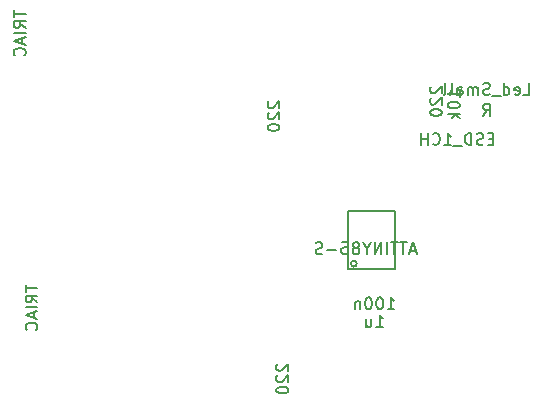
<source format=gbr>
G04 #@! TF.FileFunction,Other,Fab,Bot*
%FSLAX46Y46*%
G04 Gerber Fmt 4.6, Leading zero omitted, Abs format (unit mm)*
G04 Created by KiCad (PCBNEW 4.0.4+dfsg1-stable) date Mon Feb 27 19:18:29 2017*
%MOMM*%
%LPD*%
G01*
G04 APERTURE LIST*
%ADD10C,0.100000*%
%ADD11C,0.150000*%
G04 APERTURE END LIST*
D10*
D11*
X61500000Y16000000D02*
G75*
G03X61500000Y16000000I-250000J0D01*
G01*
X60800000Y15550000D02*
X60800000Y20450000D01*
X64700000Y15550000D02*
X60800000Y15550000D01*
X64700000Y20450000D02*
X64700000Y15550000D01*
X60800000Y20450000D02*
X64700000Y20450000D01*
X66488095Y17083333D02*
X66011904Y17083333D01*
X66583333Y16797619D02*
X66250000Y17797619D01*
X65916666Y16797619D01*
X65726190Y17797619D02*
X65154761Y17797619D01*
X65440476Y16797619D02*
X65440476Y17797619D01*
X64964285Y17797619D02*
X64392856Y17797619D01*
X64678571Y16797619D02*
X64678571Y17797619D01*
X64059523Y16797619D02*
X64059523Y17797619D01*
X63583333Y16797619D02*
X63583333Y17797619D01*
X63011904Y16797619D01*
X63011904Y17797619D01*
X62345238Y17273810D02*
X62345238Y16797619D01*
X62678571Y17797619D02*
X62345238Y17273810D01*
X62011904Y17797619D01*
X61535714Y17369048D02*
X61630952Y17416667D01*
X61678571Y17464286D01*
X61726190Y17559524D01*
X61726190Y17607143D01*
X61678571Y17702381D01*
X61630952Y17750000D01*
X61535714Y17797619D01*
X61345237Y17797619D01*
X61249999Y17750000D01*
X61202380Y17702381D01*
X61154761Y17607143D01*
X61154761Y17559524D01*
X61202380Y17464286D01*
X61249999Y17416667D01*
X61345237Y17369048D01*
X61535714Y17369048D01*
X61630952Y17321429D01*
X61678571Y17273810D01*
X61726190Y17178571D01*
X61726190Y16988095D01*
X61678571Y16892857D01*
X61630952Y16845238D01*
X61535714Y16797619D01*
X61345237Y16797619D01*
X61249999Y16845238D01*
X61202380Y16892857D01*
X61154761Y16988095D01*
X61154761Y17178571D01*
X61202380Y17273810D01*
X61249999Y17321429D01*
X61345237Y17369048D01*
X60249999Y17797619D02*
X60726190Y17797619D01*
X60773809Y17321429D01*
X60726190Y17369048D01*
X60630952Y17416667D01*
X60392856Y17416667D01*
X60297618Y17369048D01*
X60249999Y17321429D01*
X60202380Y17226190D01*
X60202380Y16988095D01*
X60249999Y16892857D01*
X60297618Y16845238D01*
X60392856Y16797619D01*
X60630952Y16797619D01*
X60726190Y16845238D01*
X60773809Y16892857D01*
X59773809Y17178571D02*
X59011904Y17178571D01*
X58583333Y16845238D02*
X58440476Y16797619D01*
X58202380Y16797619D01*
X58107142Y16845238D01*
X58059523Y16892857D01*
X58011904Y16988095D01*
X58011904Y17083333D01*
X58059523Y17178571D01*
X58107142Y17226190D01*
X58202380Y17273810D01*
X58392857Y17321429D01*
X58488095Y17369048D01*
X58535714Y17416667D01*
X58583333Y17511905D01*
X58583333Y17607143D01*
X58535714Y17702381D01*
X58488095Y17750000D01*
X58392857Y17797619D01*
X58154761Y17797619D01*
X58011904Y17750000D01*
X63166666Y10647619D02*
X63738095Y10647619D01*
X63452381Y10647619D02*
X63452381Y11647619D01*
X63547619Y11504762D01*
X63642857Y11409524D01*
X63738095Y11361905D01*
X62309523Y11314286D02*
X62309523Y10647619D01*
X62738095Y11314286D02*
X62738095Y10790476D01*
X62690476Y10695238D01*
X62595238Y10647619D01*
X62452380Y10647619D01*
X62357142Y10695238D01*
X62309523Y10742857D01*
X64119047Y12147619D02*
X64690476Y12147619D01*
X64404762Y12147619D02*
X64404762Y13147619D01*
X64500000Y13004762D01*
X64595238Y12909524D01*
X64690476Y12861905D01*
X63500000Y13147619D02*
X63404761Y13147619D01*
X63309523Y13100000D01*
X63261904Y13052381D01*
X63214285Y12957143D01*
X63166666Y12766667D01*
X63166666Y12528571D01*
X63214285Y12338095D01*
X63261904Y12242857D01*
X63309523Y12195238D01*
X63404761Y12147619D01*
X63500000Y12147619D01*
X63595238Y12195238D01*
X63642857Y12242857D01*
X63690476Y12338095D01*
X63738095Y12528571D01*
X63738095Y12766667D01*
X63690476Y12957143D01*
X63642857Y13052381D01*
X63595238Y13100000D01*
X63500000Y13147619D01*
X62547619Y13147619D02*
X62452380Y13147619D01*
X62357142Y13100000D01*
X62309523Y13052381D01*
X62261904Y12957143D01*
X62214285Y12766667D01*
X62214285Y12528571D01*
X62261904Y12338095D01*
X62309523Y12242857D01*
X62357142Y12195238D01*
X62452380Y12147619D01*
X62547619Y12147619D01*
X62642857Y12195238D01*
X62690476Y12242857D01*
X62738095Y12338095D01*
X62785714Y12528571D01*
X62785714Y12766667D01*
X62738095Y12957143D01*
X62690476Y13052381D01*
X62642857Y13100000D01*
X62547619Y13147619D01*
X61785714Y12814286D02*
X61785714Y12147619D01*
X61785714Y12719048D02*
X61738095Y12766667D01*
X61642857Y12814286D01*
X61499999Y12814286D01*
X61404761Y12766667D01*
X61357142Y12671429D01*
X61357142Y12147619D01*
X73071429Y26571429D02*
X72738095Y26571429D01*
X72595238Y26047619D02*
X73071429Y26047619D01*
X73071429Y27047619D01*
X72595238Y27047619D01*
X72214286Y26095238D02*
X72071429Y26047619D01*
X71833333Y26047619D01*
X71738095Y26095238D01*
X71690476Y26142857D01*
X71642857Y26238095D01*
X71642857Y26333333D01*
X71690476Y26428571D01*
X71738095Y26476190D01*
X71833333Y26523810D01*
X72023810Y26571429D01*
X72119048Y26619048D01*
X72166667Y26666667D01*
X72214286Y26761905D01*
X72214286Y26857143D01*
X72166667Y26952381D01*
X72119048Y27000000D01*
X72023810Y27047619D01*
X71785714Y27047619D01*
X71642857Y27000000D01*
X71214286Y26047619D02*
X71214286Y27047619D01*
X70976191Y27047619D01*
X70833333Y27000000D01*
X70738095Y26904762D01*
X70690476Y26809524D01*
X70642857Y26619048D01*
X70642857Y26476190D01*
X70690476Y26285714D01*
X70738095Y26190476D01*
X70833333Y26095238D01*
X70976191Y26047619D01*
X71214286Y26047619D01*
X70452381Y25952381D02*
X69690476Y25952381D01*
X68928571Y26047619D02*
X69500000Y26047619D01*
X69214286Y26047619D02*
X69214286Y27047619D01*
X69309524Y26904762D01*
X69404762Y26809524D01*
X69500000Y26761905D01*
X67928571Y26142857D02*
X67976190Y26095238D01*
X68119047Y26047619D01*
X68214285Y26047619D01*
X68357143Y26095238D01*
X68452381Y26190476D01*
X68500000Y26285714D01*
X68547619Y26476190D01*
X68547619Y26619048D01*
X68500000Y26809524D01*
X68452381Y26904762D01*
X68357143Y27000000D01*
X68214285Y27047619D01*
X68119047Y27047619D01*
X67976190Y27000000D01*
X67928571Y26952381D01*
X67500000Y26047619D02*
X67500000Y27047619D01*
X67500000Y26571429D02*
X66928571Y26571429D01*
X66928571Y26047619D02*
X66928571Y27047619D01*
X75571429Y30297619D02*
X76047620Y30297619D01*
X76047620Y31297619D01*
X74857143Y30345238D02*
X74952381Y30297619D01*
X75142858Y30297619D01*
X75238096Y30345238D01*
X75285715Y30440476D01*
X75285715Y30821429D01*
X75238096Y30916667D01*
X75142858Y30964286D01*
X74952381Y30964286D01*
X74857143Y30916667D01*
X74809524Y30821429D01*
X74809524Y30726190D01*
X75285715Y30630952D01*
X73952381Y30297619D02*
X73952381Y31297619D01*
X73952381Y30345238D02*
X74047619Y30297619D01*
X74238096Y30297619D01*
X74333334Y30345238D01*
X74380953Y30392857D01*
X74428572Y30488095D01*
X74428572Y30773810D01*
X74380953Y30869048D01*
X74333334Y30916667D01*
X74238096Y30964286D01*
X74047619Y30964286D01*
X73952381Y30916667D01*
X73714286Y30202381D02*
X72952381Y30202381D01*
X72761905Y30345238D02*
X72619048Y30297619D01*
X72380952Y30297619D01*
X72285714Y30345238D01*
X72238095Y30392857D01*
X72190476Y30488095D01*
X72190476Y30583333D01*
X72238095Y30678571D01*
X72285714Y30726190D01*
X72380952Y30773810D01*
X72571429Y30821429D01*
X72666667Y30869048D01*
X72714286Y30916667D01*
X72761905Y31011905D01*
X72761905Y31107143D01*
X72714286Y31202381D01*
X72666667Y31250000D01*
X72571429Y31297619D01*
X72333333Y31297619D01*
X72190476Y31250000D01*
X71761905Y30297619D02*
X71761905Y30964286D01*
X71761905Y30869048D02*
X71714286Y30916667D01*
X71619048Y30964286D01*
X71476190Y30964286D01*
X71380952Y30916667D01*
X71333333Y30821429D01*
X71333333Y30297619D01*
X71333333Y30821429D02*
X71285714Y30916667D01*
X71190476Y30964286D01*
X71047619Y30964286D01*
X70952381Y30916667D01*
X70904762Y30821429D01*
X70904762Y30297619D01*
X70000000Y30297619D02*
X70000000Y30821429D01*
X70047619Y30916667D01*
X70142857Y30964286D01*
X70333334Y30964286D01*
X70428572Y30916667D01*
X70000000Y30345238D02*
X70095238Y30297619D01*
X70333334Y30297619D01*
X70428572Y30345238D01*
X70476191Y30440476D01*
X70476191Y30535714D01*
X70428572Y30630952D01*
X70333334Y30678571D01*
X70095238Y30678571D01*
X70000000Y30726190D01*
X69380953Y30297619D02*
X69476191Y30345238D01*
X69523810Y30440476D01*
X69523810Y31297619D01*
X68857143Y30297619D02*
X68952381Y30345238D01*
X69000000Y30440476D01*
X69000000Y31297619D01*
X72190476Y28547619D02*
X72523810Y29023810D01*
X72761905Y28547619D02*
X72761905Y29547619D01*
X72380952Y29547619D01*
X72285714Y29500000D01*
X72238095Y29452381D01*
X72190476Y29357143D01*
X72190476Y29214286D01*
X72238095Y29119048D01*
X72285714Y29071429D01*
X72380952Y29023810D01*
X72761905Y29023810D01*
X67797619Y30988095D02*
X67750000Y30940476D01*
X67702381Y30845238D01*
X67702381Y30607142D01*
X67750000Y30511904D01*
X67797619Y30464285D01*
X67892857Y30416666D01*
X67988095Y30416666D01*
X68130952Y30464285D01*
X68702381Y31035714D01*
X68702381Y30416666D01*
X67797619Y30035714D02*
X67750000Y29988095D01*
X67702381Y29892857D01*
X67702381Y29654761D01*
X67750000Y29559523D01*
X67797619Y29511904D01*
X67892857Y29464285D01*
X67988095Y29464285D01*
X68130952Y29511904D01*
X68702381Y30083333D01*
X68702381Y29464285D01*
X67702381Y28845238D02*
X67702381Y28749999D01*
X67750000Y28654761D01*
X67797619Y28607142D01*
X67892857Y28559523D01*
X68083333Y28511904D01*
X68321429Y28511904D01*
X68511905Y28559523D01*
X68607143Y28607142D01*
X68654762Y28654761D01*
X68702381Y28749999D01*
X68702381Y28845238D01*
X68654762Y28940476D01*
X68607143Y28988095D01*
X68511905Y29035714D01*
X68321429Y29083333D01*
X68083333Y29083333D01*
X67892857Y29035714D01*
X67797619Y28988095D01*
X67750000Y28940476D01*
X67702381Y28845238D01*
X70202381Y30095238D02*
X70202381Y30666667D01*
X70202381Y30380953D02*
X69202381Y30380953D01*
X69345238Y30476191D01*
X69440476Y30571429D01*
X69488095Y30666667D01*
X69202381Y29476191D02*
X69202381Y29380952D01*
X69250000Y29285714D01*
X69297619Y29238095D01*
X69392857Y29190476D01*
X69583333Y29142857D01*
X69821429Y29142857D01*
X70011905Y29190476D01*
X70107143Y29238095D01*
X70154762Y29285714D01*
X70202381Y29380952D01*
X70202381Y29476191D01*
X70154762Y29571429D01*
X70107143Y29619048D01*
X70011905Y29666667D01*
X69821429Y29714286D01*
X69583333Y29714286D01*
X69392857Y29666667D01*
X69297619Y29619048D01*
X69250000Y29571429D01*
X69202381Y29476191D01*
X70202381Y28714286D02*
X69202381Y28714286D01*
X69821429Y28619048D02*
X70202381Y28333333D01*
X69535714Y28333333D02*
X69916667Y28714286D01*
X54797619Y7488095D02*
X54750000Y7440476D01*
X54702381Y7345238D01*
X54702381Y7107142D01*
X54750000Y7011904D01*
X54797619Y6964285D01*
X54892857Y6916666D01*
X54988095Y6916666D01*
X55130952Y6964285D01*
X55702381Y7535714D01*
X55702381Y6916666D01*
X54797619Y6535714D02*
X54750000Y6488095D01*
X54702381Y6392857D01*
X54702381Y6154761D01*
X54750000Y6059523D01*
X54797619Y6011904D01*
X54892857Y5964285D01*
X54988095Y5964285D01*
X55130952Y6011904D01*
X55702381Y6583333D01*
X55702381Y5964285D01*
X54702381Y5345238D02*
X54702381Y5249999D01*
X54750000Y5154761D01*
X54797619Y5107142D01*
X54892857Y5059523D01*
X55083333Y5011904D01*
X55321429Y5011904D01*
X55511905Y5059523D01*
X55607143Y5107142D01*
X55654762Y5154761D01*
X55702381Y5249999D01*
X55702381Y5345238D01*
X55654762Y5440476D01*
X55607143Y5488095D01*
X55511905Y5535714D01*
X55321429Y5583333D01*
X55083333Y5583333D01*
X54892857Y5535714D01*
X54797619Y5488095D01*
X54750000Y5440476D01*
X54702381Y5345238D01*
X54047619Y29738095D02*
X54000000Y29690476D01*
X53952381Y29595238D01*
X53952381Y29357142D01*
X54000000Y29261904D01*
X54047619Y29214285D01*
X54142857Y29166666D01*
X54238095Y29166666D01*
X54380952Y29214285D01*
X54952381Y29785714D01*
X54952381Y29166666D01*
X54047619Y28785714D02*
X54000000Y28738095D01*
X53952381Y28642857D01*
X53952381Y28404761D01*
X54000000Y28309523D01*
X54047619Y28261904D01*
X54142857Y28214285D01*
X54238095Y28214285D01*
X54380952Y28261904D01*
X54952381Y28833333D01*
X54952381Y28214285D01*
X53952381Y27595238D02*
X53952381Y27499999D01*
X54000000Y27404761D01*
X54047619Y27357142D01*
X54142857Y27309523D01*
X54333333Y27261904D01*
X54571429Y27261904D01*
X54761905Y27309523D01*
X54857143Y27357142D01*
X54904762Y27404761D01*
X54952381Y27499999D01*
X54952381Y27595238D01*
X54904762Y27690476D01*
X54857143Y27738095D01*
X54761905Y27785714D01*
X54571429Y27833333D01*
X54333333Y27833333D01*
X54142857Y27785714D01*
X54047619Y27738095D01*
X54000000Y27690476D01*
X53952381Y27595238D01*
X33464381Y14202381D02*
X33464381Y13630952D01*
X34464381Y13916667D02*
X33464381Y13916667D01*
X34464381Y12726190D02*
X33988190Y13059524D01*
X34464381Y13297619D02*
X33464381Y13297619D01*
X33464381Y12916666D01*
X33512000Y12821428D01*
X33559619Y12773809D01*
X33654857Y12726190D01*
X33797714Y12726190D01*
X33892952Y12773809D01*
X33940571Y12821428D01*
X33988190Y12916666D01*
X33988190Y13297619D01*
X34464381Y12297619D02*
X33464381Y12297619D01*
X34178667Y11869048D02*
X34178667Y11392857D01*
X34464381Y11964286D02*
X33464381Y11630953D01*
X34464381Y11297619D01*
X34369143Y10392857D02*
X34416762Y10440476D01*
X34464381Y10583333D01*
X34464381Y10678571D01*
X34416762Y10821429D01*
X34321524Y10916667D01*
X34226286Y10964286D01*
X34035810Y11011905D01*
X33892952Y11011905D01*
X33702476Y10964286D01*
X33607238Y10916667D01*
X33512000Y10821429D01*
X33464381Y10678571D01*
X33464381Y10583333D01*
X33512000Y10440476D01*
X33559619Y10392857D01*
X32464381Y37452381D02*
X32464381Y36880952D01*
X33464381Y37166667D02*
X32464381Y37166667D01*
X33464381Y35976190D02*
X32988190Y36309524D01*
X33464381Y36547619D02*
X32464381Y36547619D01*
X32464381Y36166666D01*
X32512000Y36071428D01*
X32559619Y36023809D01*
X32654857Y35976190D01*
X32797714Y35976190D01*
X32892952Y36023809D01*
X32940571Y36071428D01*
X32988190Y36166666D01*
X32988190Y36547619D01*
X33464381Y35547619D02*
X32464381Y35547619D01*
X33178667Y35119048D02*
X33178667Y34642857D01*
X33464381Y35214286D02*
X32464381Y34880953D01*
X33464381Y34547619D01*
X33369143Y33642857D02*
X33416762Y33690476D01*
X33464381Y33833333D01*
X33464381Y33928571D01*
X33416762Y34071429D01*
X33321524Y34166667D01*
X33226286Y34214286D01*
X33035810Y34261905D01*
X32892952Y34261905D01*
X32702476Y34214286D01*
X32607238Y34166667D01*
X32512000Y34071429D01*
X32464381Y33928571D01*
X32464381Y33833333D01*
X32512000Y33690476D01*
X32559619Y33642857D01*
M02*

</source>
